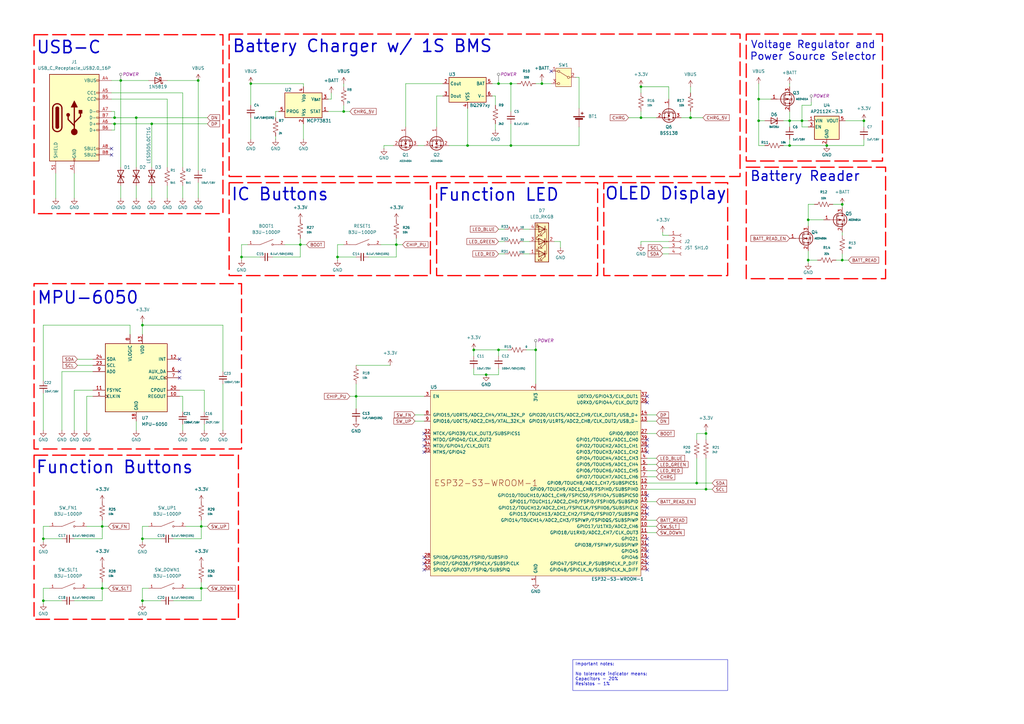
<source format=kicad_sch>
(kicad_sch (version 20231120) (generator "eeschema") (generator_version "8.0")
  (paper "A3")
  (title_block (title "IMU-RC Hand Unit") (date "2024-10-17") (rev "1.04") (company "ESTG-IPL"))
  (junction (at 285.75 198.12))
  (junction (at 219.71 143.51))
  (junction (at 345.44 106.68))
  (junction (at 140.97 45.72))
  (junction (at 102.87 34.29))
  (junction (at 82.55 215.9))
  (junction (at 58.42 220.98))
  (junction (at 331.47 90.17))
  (junction (at 204.47 143.51))
  (junction (at 138.43 105.41))
  (junction (at 46.99 48.26))
  (junction (at 46.99 50.8))
  (junction (at 289.56 177.8))
  (junction (at 17.78 220.98))
  (junction (at 49.53 33.02))
  (junction (at 311.15 49.53))
  (junction (at 222.25 34.29))
  (junction (at 345.44 83.82))
  (junction (at 82.55 241.3))
  (junction (at 62.23 50.8))
  (junction (at 41.91 241.3))
  (junction (at 204.47 34.29))
  (junction (at 323.85 59.69))
  (junction (at 55.88 48.26))
  (junction (at 289.56 200.66))
  (junction (at 331.47 106.68))
  (junction (at 262.89 48.26))
  (junction (at 99.06 105.41))
  (junction (at 81.28 33.02))
  (junction (at 191.77 59.69))
  (junction (at 311.15 40.64))
  (junction (at 199.39 153.67))
  (junction (at 354.33 49.53))
  (junction (at 162.56 100.33))
  (junction (at 146.05 162.56))
  (junction (at 41.91 215.9))
  (junction (at 194.31 143.51))
  (junction (at 209.55 59.69))
  (junction (at 339.09 59.69))
  (junction (at 17.78 246.38))
  (junction (at 58.42 133.35))
  (junction (at 323.85 49.53))
  (junction (at 283.21 48.26))
  (junction (at 58.42 246.38))
  (junction (at 209.55 34.29))
  (junction (at 328.93 49.53))
  (junction (at 123.19 100.33))
  (junction (at 262.89 35.56))
  (no_connect (at 226.06 29.21))
  (no_connect (at 173.99 231.14))
  (no_connect (at 173.99 177.8))
  (no_connect (at 45.72 63.5))
  (no_connect (at 265.43 228.6))
  (no_connect (at 265.43 182.88))
  (no_connect (at 45.72 60.96))
  (no_connect (at 173.99 228.6))
  (no_connect (at 265.43 162.56))
  (no_connect (at 265.43 165.1))
  (no_connect (at 265.43 210.82))
  (no_connect (at 265.43 233.68))
  (no_connect (at 173.99 180.34))
  (no_connect (at 265.43 208.28))
  (no_connect (at 173.99 233.68))
  (no_connect (at 265.43 220.98))
  (no_connect (at 265.43 231.14))
  (no_connect (at 73.66 147.32))
  (no_connect (at 265.43 226.06))
  (no_connect (at 73.66 152.4))
  (no_connect (at 265.43 185.42))
  (no_connect (at 173.99 185.42))
  (no_connect (at 73.66 154.94))
  (no_connect (at 265.43 203.2))
  (no_connect (at 265.43 180.34))
  (no_connect (at 265.43 223.52))
  (no_connect (at 173.99 182.88))
  (wire (pts (xy 354.33 59.69) (xy 339.09 59.69)))
  (wire (pts (xy 41.91 220.98) (xy 41.91 215.9)))
  (wire (pts (xy 345.44 83.82) (xy 345.44 85.09)))
  (wire (pts (xy 265.43 193.04) (xy 269.24 193.04)))
  (wire (pts (xy 332.74 41.91) (xy 332.74 43.18)))
  (wire (pts (xy 85.09 215.9) (xy 82.55 215.9)))
  (wire (pts (xy 45.72 33.02) (xy 49.53 33.02)))
  (wire (pts (xy 17.78 246.38) (xy 17.78 241.3)))
  (wire (pts (xy 31.75 147.32) (xy 38.1 147.32)))
  (wire (pts (xy 283.21 48.26) (xy 283.21 45.72)))
  (wire (pts (xy 76.2 241.3) (xy 82.55 241.3)))
  (wire (pts (xy 138.43 105.41) (xy 138.43 100.33)))
  (wire (pts (xy 262.89 48.26) (xy 257.81 48.26)))
  (wire (pts (xy 166.37 34.29) (xy 181.61 34.29)))
  (wire (pts (xy 58.42 220.98) (xy 66.04 220.98)))
  (wire (pts (xy 209.55 34.29) (xy 212.09 34.29)))
  (wire (pts (xy 179.07 52.07) (xy 179.07 39.37)))
  (wire (pts (xy 214.63 99.06) (xy 217.17 99.06)))
  (wire (pts (xy 17.78 220.98) (xy 17.78 215.9)))
  (wire (pts (xy 135.89 38.1) (xy 135.89 40.64)))
  (wire (pts (xy 279.4 48.26) (xy 283.21 48.26)))
  (wire (pts (xy 82.55 213.36) (xy 82.55 215.9)))
  (wire (pts (xy 55.88 172.72) (xy 55.88 176.53)))
  (wire (pts (xy 17.78 215.9) (xy 20.32 215.9)))
  (wire (pts (xy 55.88 48.26) (xy 85.09 48.26)))
  (wire (pts (xy 157.48 60.96) (xy 157.48 59.69)))
  (wire (pts (xy 162.56 97.79) (xy 162.56 100.33)))
  (wire (pts (xy 113.03 45.72) (xy 114.3 45.72)))
  (wire (pts (xy 328.93 49.53) (xy 331.47 49.53)))
  (wire (pts (xy 17.78 246.38) (xy 25.4 246.38)))
  (wire (pts (xy 265.43 177.8) (xy 269.24 177.8)))
  (wire (pts (xy 331.47 90.17) (xy 337.82 90.17)))
  (wire (pts (xy 265.43 195.58) (xy 269.24 195.58)))
  (wire (pts (xy 113.03 57.15) (xy 113.03 55.88)))
  (wire (pts (xy 237.49 31.75) (xy 237.49 44.45)))
  (wire (pts (xy 82.55 220.98) (xy 82.55 215.9)))
  (wire (pts (xy 30.48 81.28) (xy 30.48 71.12)))
  (wire (pts (xy 166.37 52.07) (xy 166.37 34.29)))
  (wire (pts (xy 140.97 45.72) (xy 143.51 45.72)))
  (wire (pts (xy 83.82 173.99) (xy 83.82 176.53)))
  (wire (pts (xy 289.56 177.8) (xy 285.75 177.8)))
  (wire (pts (xy 146.05 157.48) (xy 146.05 162.56)))
  (wire (pts (xy 283.21 48.26) (xy 288.29 48.26)))
  (wire (pts (xy 222.25 34.29) (xy 226.06 34.29)))
  (wire (pts (xy 311.15 40.64) (xy 316.23 40.64)))
  (wire (pts (xy 222.25 33.02) (xy 222.25 34.29)))
  (wire (pts (xy 354.33 49.53) (xy 346.71 49.53)))
  (wire (pts (xy 17.78 161.29) (xy 17.78 176.53)))
  (wire (pts (xy 331.47 106.68) (xy 331.47 107.95)))
  (wire (pts (xy 289.56 176.53) (xy 289.56 177.8)))
  (wire (pts (xy 46.99 50.8) (xy 46.99 53.34)))
  (wire (pts (xy 30.48 246.38) (xy 41.91 246.38)))
  (wire (pts (xy 311.15 34.29) (xy 311.15 40.64)))
  (wire (pts (xy 262.89 99.06) (xy 274.32 99.06)))
  (wire (pts (xy 124.46 35.56) (xy 124.46 34.29)))
  (wire (pts (xy 214.63 104.14) (xy 217.17 104.14)))
  (wire (pts (xy 58.42 222.25) (xy 58.42 220.98)))
  (wire (pts (xy 38.1 152.4) (xy 25.4 152.4)))
  (wire (pts (xy 55.88 48.26) (xy 55.88 68.58)))
  (wire (pts (xy 194.31 143.51) (xy 194.31 146.05)))
  (wire (pts (xy 345.44 95.25) (xy 345.44 96.52)))
  (wire (pts (xy 204.47 104.14) (xy 207.01 104.14)))
  (wire (pts (xy 203.2 50.8) (xy 203.2 53.34)))
  (wire (pts (xy 45.72 48.26) (xy 46.99 48.26)))
  (wire (pts (xy 265.43 170.18) (xy 269.24 170.18)))
  (wire (pts (xy 165.1 100.33) (xy 162.56 100.33)))
  (wire (pts (xy 41.91 238.76) (xy 41.91 241.3)))
  (wire (pts (xy 38.1 162.56) (xy 35.56 162.56)))
  (wire (pts (xy 17.78 156.21) (xy 17.78 133.35)))
  (wire (pts (xy 125.73 100.33) (xy 123.19 100.33)))
  (wire (pts (xy 58.42 132.08) (xy 58.42 133.35)))
  (wire (pts (xy 204.47 146.05) (xy 204.47 143.51)))
  (wire (pts (xy 146.05 162.56) (xy 146.05 167.64)))
  (wire (pts (xy 71.12 246.38) (xy 82.55 246.38)))
  (wire (pts (xy 25.4 152.4) (xy 25.4 176.53)))
  (wire (pts (xy 58.42 133.35) (xy 58.42 137.16)))
  (wire (pts (xy 76.2 215.9) (xy 82.55 215.9)))
  (wire (pts (xy 146.05 162.56) (xy 173.99 162.56)))
  (wire (pts (xy 17.78 247.65) (xy 17.78 246.38)))
  (wire (pts (xy 311.15 49.53) (xy 311.15 40.64)))
  (wire (pts (xy 321.31 59.69) (xy 323.85 59.69)))
  (wire (pts (xy 53.34 133.35) (xy 53.34 137.16)))
  (wire (pts (xy 331.47 83.82) (xy 331.47 90.17)))
  (wire (pts (xy 31.75 149.86) (xy 38.1 149.86)))
  (wire (pts (xy 58.42 241.3) (xy 60.96 241.3)))
  (wire (pts (xy 354.33 57.15) (xy 354.33 59.69)))
  (wire (pts (xy 265.43 215.9) (xy 269.24 215.9)))
  (wire (pts (xy 171.45 59.69) (xy 173.99 59.69)))
  (wire (pts (xy 209.55 59.69) (xy 237.49 59.69)))
  (wire (pts (xy 331.47 106.68) (xy 335.28 106.68)))
  (wire (pts (xy 262.89 48.26) (xy 269.24 48.26)))
  (wire (pts (xy 124.46 50.8) (xy 124.46 57.15)))
  (wire (pts (xy 334.01 83.82) (xy 331.47 83.82)))
  (wire (pts (xy 58.42 215.9) (xy 60.96 215.9)))
  (wire (pts (xy 203.2 43.18) (xy 203.2 39.37)))
  (wire (pts (xy 58.42 247.65) (xy 58.42 246.38)))
  (wire (pts (xy 345.44 106.68) (xy 347.98 106.68)))
  (wire (pts (xy 68.58 40.64) (xy 68.58 68.58)))
  (wire (pts (xy 68.58 40.64) (xy 45.72 40.64)))
  (wire (pts (xy 274.32 96.52) (xy 271.78 96.52)))
  (wire (pts (xy 271.78 96.52) (xy 271.78 95.25)))
  (wire (pts (xy 215.9 143.51) (xy 219.71 143.51)))
  (wire (pts (xy 331.47 52.07) (xy 328.93 52.07)))
  (wire (pts (xy 102.87 34.29) (xy 102.87 43.18)))
  (wire (pts (xy 265.43 218.44) (xy 269.24 218.44)))
  (wire (pts (xy 74.93 76.2) (xy 74.93 81.28)))
  (wire (pts (xy 289.56 177.8) (xy 289.56 180.34)))
  (wire (pts (xy 62.23 50.8) (xy 85.09 50.8)))
  (wire (pts (xy 204.47 153.67) (xy 199.39 153.67)))
  (wire (pts (xy 311.15 49.53) (xy 313.69 49.53)))
  (wire (pts (xy 204.47 99.06) (xy 207.01 99.06)))
  (wire (pts (xy 49.53 76.2) (xy 49.53 81.28)))
  (wire (pts (xy 265.43 200.66) (xy 289.56 200.66)))
  (wire (pts (xy 30.48 220.98) (xy 41.91 220.98)))
  (wire (pts (xy 30.48 160.02) (xy 38.1 160.02)))
  (wire (pts (xy 46.99 53.34) (xy 45.72 53.34)))
  (wire (pts (xy 283.21 35.56) (xy 283.21 38.1)))
  (wire (pts (xy 45.72 50.8) (xy 46.99 50.8)))
  (wire (pts (xy 123.19 105.41) (xy 123.19 100.33)))
  (wire (pts (xy 184.15 59.69) (xy 191.77 59.69)))
  (wire (pts (xy 328.93 52.07) (xy 328.93 49.53)))
  (wire (pts (xy 345.44 106.68) (xy 345.44 104.14)))
  (wire (pts (xy 74.93 38.1) (xy 74.93 68.58)))
  (wire (pts (xy 91.44 133.35) (xy 58.42 133.35)))
  (wire (pts (xy 323.85 45.72) (xy 323.85 49.53)))
  (wire (pts (xy 262.89 35.56) (xy 262.89 38.1)))
  (wire (pts (xy 44.45 215.9) (xy 41.91 215.9)))
  (wire (pts (xy 140.97 43.18) (xy 140.97 45.72)))
  (wire (pts (xy 71.12 220.98) (xy 82.55 220.98)))
  (wire (pts (xy 143.51 162.56) (xy 146.05 162.56)))
  (wire (pts (xy 85.09 241.3) (xy 82.55 241.3)))
  (wire (pts (xy 134.62 45.72) (xy 140.97 45.72)))
  (wire (pts (xy 328.93 43.18) (xy 328.93 49.53)))
  (wire (pts (xy 191.77 59.69) (xy 209.55 59.69)))
  (wire (pts (xy 271.78 104.14) (xy 274.32 104.14)))
  (wire (pts (xy 68.58 33.02) (xy 81.28 33.02)))
  (wire (pts (xy 113.03 48.26) (xy 113.03 45.72)))
  (wire (pts (xy 46.99 45.72) (xy 45.72 45.72)))
  (wire (pts (xy 321.31 49.53) (xy 323.85 49.53)))
  (wire (pts (xy 44.45 241.3) (xy 41.91 241.3)))
  (wire (pts (xy 135.89 40.64) (xy 134.62 40.64)))
  (wire (pts (xy 81.28 33.02) (xy 81.28 69.85)))
  (wire (pts (xy 311.15 49.53) (xy 311.15 59.69)))
  (wire (pts (xy 323.85 34.29) (xy 323.85 35.56)))
  (wire (pts (xy 219.71 142.24) (xy 219.71 143.51)))
  (wire (pts (xy 323.85 57.15) (xy 323.85 59.69)))
  (wire (pts (xy 58.42 246.38) (xy 58.42 241.3)))
  (wire (pts (xy 123.19 97.79) (xy 123.19 100.33)))
  (wire (pts (xy 62.23 76.2) (xy 62.23 81.28)))
  (wire (pts (xy 331.47 92.71) (xy 331.47 90.17)))
  (wire (pts (xy 204.47 93.98) (xy 207.01 93.98)))
  (wire (pts (xy 58.42 220.98) (xy 58.42 215.9)))
  (wire (pts (xy 289.56 200.66) (xy 292.1 200.66)))
  (wire (pts (xy 82.55 246.38) (xy 82.55 241.3)))
  (wire (pts (xy 68.58 76.2) (xy 68.58 81.28)))
  (wire (pts (xy 203.2 39.37) (xy 201.93 39.37)))
  (wire (pts (xy 199.39 153.67) (xy 194.31 153.67)))
  (wire (pts (xy 237.49 59.69) (xy 237.49 52.07)))
  (wire (pts (xy 204.47 33.02) (xy 204.47 34.29)))
  (wire (pts (xy 157.48 59.69) (xy 161.29 59.69)))
  (wire (pts (xy 82.55 238.76) (xy 82.55 241.3)))
  (wire (pts (xy 265.43 198.12) (xy 285.75 198.12)))
  (wire (pts (xy 146.05 149.86) (xy 160.02 149.86)))
  (wire (pts (xy 49.53 33.02) (xy 60.96 33.02)))
  (wire (pts (xy 194.31 143.51) (xy 204.47 143.51)))
  (wire (pts (xy 323.85 52.07) (xy 323.85 49.53)))
  (wire (pts (xy 41.91 213.36) (xy 41.91 215.9)))
  (wire (pts (xy 191.77 44.45) (xy 191.77 59.69)))
  (wire (pts (xy 74.93 173.99) (xy 74.93 176.53)))
  (wire (pts (xy 17.78 133.35) (xy 53.34 133.35)))
  (wire (pts (xy 289.56 187.96) (xy 289.56 200.66)))
  (wire (pts (xy 265.43 213.36) (xy 269.24 213.36)))
  (wire (pts (xy 35.56 215.9) (xy 41.91 215.9)))
  (wire (pts (xy 274.32 35.56) (xy 262.89 35.56)))
  (wire (pts (xy 354.33 52.07) (xy 354.33 49.53)))
  (wire (pts (xy 162.56 105.41) (xy 162.56 100.33)))
  (wire (pts (xy 204.47 151.13) (xy 204.47 153.67)))
  (wire (pts (xy 262.89 48.26) (xy 262.89 45.72)))
  (wire (pts (xy 170.18 172.72) (xy 173.99 172.72)))
  (wire (pts (xy 83.82 160.02) (xy 83.82 168.91)))
  (wire (pts (xy 262.89 100.33) (xy 262.89 99.06)))
  (wire (pts (xy 99.06 105.41) (xy 106.68 105.41)))
  (wire (pts (xy 332.74 43.18) (xy 328.93 43.18)))
  (wire (pts (xy 214.63 93.98) (xy 217.17 93.98)))
  (wire (pts (xy 209.55 50.8) (xy 209.55 59.69)))
  (wire (pts (xy 45.72 38.1) (xy 74.93 38.1)))
  (wire (pts (xy 111.76 105.41) (xy 123.19 105.41)))
  (wire (pts (xy 41.91 246.38) (xy 41.91 241.3)))
  (wire (pts (xy 46.99 50.8) (xy 62.23 50.8)))
  (wire (pts (xy 62.23 50.8) (xy 62.23 68.58)))
  (wire (pts (xy 138.43 100.33) (xy 140.97 100.33)))
  (wire (pts (xy 17.78 220.98) (xy 25.4 220.98)))
  (wire (pts (xy 229.87 99.06) (xy 227.33 99.06)))
  (wire (pts (xy 201.93 34.29) (xy 204.47 34.29)))
  (wire (pts (xy 341.63 83.82) (xy 345.44 83.82)))
  (wire (pts (xy 194.31 153.67) (xy 194.31 151.13)))
  (wire (pts (xy 265.43 190.5) (xy 269.24 190.5)))
  (wire (pts (xy 91.44 152.4) (xy 91.44 133.35)))
  (wire (pts (xy 311.15 59.69) (xy 313.69 59.69)))
  (wire (pts (xy 116.84 100.33) (xy 123.19 100.33)))
  (wire (pts (xy 74.93 168.91) (xy 74.93 162.56)))
  (wire (pts (xy 17.78 222.25) (xy 17.78 220.98)))
  (wire (pts (xy 285.75 180.34) (xy 285.75 177.8)))
  (wire (pts (xy 102.87 34.29) (xy 124.46 34.29)))
  (wire (pts (xy 156.21 100.33) (xy 162.56 100.33)))
  (wire (pts (xy 331.47 102.87) (xy 331.47 106.68)))
  (wire (pts (xy 265.43 205.74) (xy 269.24 205.74)))
  (wire (pts (xy 102.87 57.15) (xy 102.87 48.26)))
  (wire (pts (xy 138.43 105.41) (xy 146.05 105.41)))
  (wire (pts (xy 138.43 106.68) (xy 138.43 105.41)))
  (wire (pts (xy 22.86 71.12) (xy 22.86 81.28)))
  (wire (pts (xy 74.93 162.56) (xy 73.66 162.56)))
  (wire (pts (xy 58.42 246.38) (xy 66.04 246.38)))
  (wire (pts (xy 151.13 105.41) (xy 162.56 105.41)))
  (wire (pts (xy 81.28 74.93) (xy 81.28 81.28)))
  (wire (pts (xy 17.78 241.3) (xy 20.32 241.3)))
  (wire (pts (xy 35.56 162.56) (xy 35.56 176.53)))
  (wire (pts (xy 204.47 143.51) (xy 208.28 143.51)))
  (wire (pts (xy 91.44 157.48) (xy 91.44 176.53)))
  (wire (pts (xy 229.87 101.6) (xy 229.87 99.06)))
  (wire (pts (xy 99.06 106.68) (xy 99.06 105.41)))
  (wire (pts (xy 323.85 59.69) (xy 339.09 59.69)))
  (wire (pts (xy 265.43 187.96) (xy 269.24 187.96)))
  (wire (pts (xy 99.06 105.41) (xy 99.06 100.33)))
  (wire (pts (xy 49.53 33.02) (xy 49.53 68.58)))
  (wire (pts (xy 274.32 40.64) (xy 274.32 35.56)))
  (wire (pts (xy 30.48 176.53) (xy 30.48 160.02)))
  (wire (pts (xy 209.55 45.72) (xy 209.55 34.29)))
  (wire (pts (xy 237.49 31.75) (xy 236.22 31.75)))
  (wire (pts (xy 46.99 48.26) (xy 46.99 45.72)))
  (wire (pts (xy 99.06 100.33) (xy 101.6 100.33)))
  (wire (pts (xy 219.71 143.51) (xy 219.71 157.48)))
  (wire (pts (xy 285.75 198.12) (xy 292.1 198.12)))
  (wire (pts (xy 265.43 172.72) (xy 269.24 172.72)))
  (wire (pts (xy 219.71 34.29) (xy 222.25 34.29)))
  (wire (pts (xy 46.99 48.26) (xy 55.88 48.26)))
  (wire (pts (xy 271.78 101.6) (xy 274.32 101.6)))
  (wire (pts (xy 204.47 34.29) (xy 209.55 34.29)))
  (wire (pts (xy 55.88 76.2) (xy 55.88 81.28)))
  (wire (pts (xy 140.97 34.29) (xy 140.97 35.56)))
  (wire (pts (xy 179.07 39.37) (xy 181.61 39.37)))
  (wire (pts (xy 73.66 160.02) (xy 83.82 160.02)))
  (wire (pts (xy 35.56 241.3) (xy 41.91 241.3)))
  (wire (pts (xy 323.85 49.53) (xy 328.93 49.53)))
  (wire (pts (xy 342.9 106.68) (xy 345.44 106.68)))
  (wire (pts (xy 285.75 198.12) (xy 285.75 187.96)))
  (wire (pts (xy 170.18 170.18) (xy 173.99 170.18)))
  (rectangle (start 306.07 13.97) (end 361.95 66.04) (stroke (width 0.508) (type dash) (color 255 0 0 1)))
  (rectangle (start 179.07 74.93) (end 245.11 113.03) (stroke (width 0.508) (type dash) (color 255 0 0 1)))
  (rectangle (start 93.98 13.97) (end 303.53 72.39) (stroke (width 0.508) (type dash) (color 255 0 0 1)))
  (rectangle (start 93.98 74.93) (end 176.53 113.03) (stroke (width 0.508) (type dash) (color 255 0 0 1)))
  (rectangle (start 13.97 116.332) (end 99.06 184.15) (stroke (width 0.508) (type dash) (color 255 0 0 1)))
  (rectangle (start 13.97 14.224) (end 91.44 87.63) (stroke (width 0.508) (type dash) (color 255 0 0 1)))
  (rectangle (start 13.97 186.69) (end 97.79 254) (stroke (width 0.508) (type dash) (color 255 0 0 1)))
  (rectangle (start 247.65 74.93) (end 298.45 113.03) (stroke (width 0.508) (type dash) (color 255 0 0 1)))
  (rectangle (start 306.07 68.58) (end 363.22 114.3) (stroke (width 0.508) (type dash) (color 255 0 0 1)))
  (text_box "Important notes:\n\nNo tolerance indicator means:\nCapacitors - 20%\nResistos - 1%" (at 234.95 270.51 0) (size 63.5 12.7) (effects (font (size 1.27 1.27) (thickness 0.1588)) (justify left top)))
  (text "Voltage Regulator and\nPower Source Selector\n" (at 333.502 20.828 0) (effects (font (size 3 3) (thickness 0.375))))
  (text "Battery Charger w/ 1S BMS\n" (at 148.59 19.05 0) (effects (font (size 5 5) (thickness 0.625))))
  (text "Function Buttons\n" (at 46.99 191.77 0) (effects (font (size 5 5) (thickness 0.625))))
  (text "IC Buttons\n\n\n" (at 114.808 87.884 0) (effects (font (size 5 5) (thickness 0.625))))
  (text "USB-C" (at 28.194 19.558 0) (effects (font (size 5 5) (thickness 0.625))))
  (text "Battery Reader\n" (at 330.2 72.39 0) (effects (font (size 4 4) (thickness 0.5))))
  (text "OLED Display\n" (at 273.05 79.502 0) (effects (font (size 5 5) (thickness 0.625))))
  (text "Function LED\n" (at 204.47 80.01 0) (effects (font (size 5 5) (thickness 0.625))))
  (text "MPU-6050\n\n" (at 36.068 126.238 0) (effects (font (size 5 5) (thickness 0.625))))
  (global_label "DP" (shape input) (at 85.09 50.8 0) (property "Intersheetrefs" "${INTERSHEET_REFS}" (effects (hide yes))))
  (global_label "SW_SLT" (shape input) (at 44.45 241.3 0) (property "Intersheetrefs" "${INTERSHEET_REFS}" (effects (hide yes))))
  (global_label "BOOT" (shape input) (at 125.73 100.33 0) (property "Intersheetrefs" "${INTERSHEET_REFS}" (effects (hide yes))))
  (global_label "BATT_READ" (shape input) (at 269.24 213.36 0) (property "Intersheetrefs" "${INTERSHEET_REFS}" (effects (hide yes))))
  (global_label "BATT_READ" (shape input) (at 347.98 106.68 0) (property "Intersheetrefs" "${INTERSHEET_REFS}" (effects (hide yes))))
  (global_label "CHIP_PU" (shape input) (at 165.1 100.33 0) (property "Intersheetrefs" "${INTERSHEET_REFS}" (effects (hide yes))))
  (global_label "SCL" (shape input) (at 31.75 149.86 180) (property "Intersheetrefs" "${INTERSHEET_REFS}" (effects (hide yes))))
  (global_label "SDA" (shape input) (at 292.1 198.12 0) (property "Intersheetrefs" "${INTERSHEET_REFS}" (effects (hide yes))))
  (global_label "CHRG" (shape input) (at 269.24 195.58 0) (property "Intersheetrefs" "${INTERSHEET_REFS}" (effects (hide yes))))
  (global_label "LED_BLUE" (shape input) (at 269.24 187.96 0) (property "Intersheetrefs" "${INTERSHEET_REFS}" (effects (hide yes))))
  (global_label "CHIP_PU" (shape input) (at 143.51 162.56 180) (property "Intersheetrefs" "${INTERSHEET_REFS}" (effects (hide yes))))
  (global_label "CHRG_5V" (shape input) (at 288.29 48.26 0) (property "Intersheetrefs" "${INTERSHEET_REFS}" (effects (hide yes))))
  (global_label "SW_UP" (shape input) (at 170.18 172.72 180) (property "Intersheetrefs" "${INTERSHEET_REFS}" (effects (hide yes))))
  (global_label "SCL" (shape input) (at 292.1 200.66 0) (property "Intersheetrefs" "${INTERSHEET_REFS}" (effects (hide yes))))
  (global_label "CHRG_5V" (shape input) (at 143.51 45.72 0) (property "Intersheetrefs" "${INTERSHEET_REFS}" (effects (hide yes))))
  (global_label "SDA" (shape input) (at 271.78 104.14 180) (property "Intersheetrefs" "${INTERSHEET_REFS}" (effects (hide yes))))
  (global_label "SW_FN" (shape input) (at 170.18 170.18 180) (property "Intersheetrefs" "${INTERSHEET_REFS}" (effects (hide yes))))
  (global_label "LED_RED" (shape input) (at 204.47 104.14 180) (property "Intersheetrefs" "${INTERSHEET_REFS}" (effects (hide yes))))
  (global_label "SW_FN" (shape input) (at 44.45 215.9 0) (property "Intersheetrefs" "${INTERSHEET_REFS}" (effects (hide yes))))
  (global_label "DN" (shape input) (at 85.09 48.26 0) (property "Intersheetrefs" "${INTERSHEET_REFS}" (effects (hide yes))))
  (global_label "BATT_READ_EN" (shape input) (at 269.24 205.74 0) (property "Intersheetrefs" "${INTERSHEET_REFS}" (effects (hide yes))))
  (global_label "LED_BLUE" (shape input) (at 204.47 93.98 180) (property "Intersheetrefs" "${INTERSHEET_REFS}" (effects (hide yes))))
  (global_label "BOOT" (shape input) (at 269.24 177.8 0) (property "Intersheetrefs" "${INTERSHEET_REFS}" (effects (hide yes))))
  (global_label "DP" (shape input) (at 269.24 170.18 0) (property "Intersheetrefs" "${INTERSHEET_REFS}" (effects (hide yes))))
  (global_label "SDA" (shape input) (at 31.75 147.32 180) (property "Intersheetrefs" "${INTERSHEET_REFS}" (effects (hide yes))))
  (global_label "LED_GREEN" (shape input) (at 269.24 190.5 0) (property "Intersheetrefs" "${INTERSHEET_REFS}" (effects (hide yes))))
  (global_label "SW_SLT" (shape input) (at 269.24 215.9 0) (property "Intersheetrefs" "${INTERSHEET_REFS}" (effects (hide yes))))
  (global_label "LED_RED" (shape input) (at 269.24 193.04 0) (property "Intersheetrefs" "${INTERSHEET_REFS}" (effects (hide yes))))
  (global_label "BATT_READ_EN" (shape input) (at 323.85 97.79 180) (property "Intersheetrefs" "${INTERSHEET_REFS}" (effects (hide yes))))
  (global_label "SW_UP" (shape input) (at 85.09 215.9 0) (property "Intersheetrefs" "${INTERSHEET_REFS}" (effects (hide yes))))
  (global_label "SW_DOWN" (shape input) (at 85.09 241.3 0) (property "Intersheetrefs" "${INTERSHEET_REFS}" (effects (hide yes))))
  (global_label "CHRG" (shape input) (at 257.81 48.26 180) (property "Intersheetrefs" "${INTERSHEET_REFS}" (effects (hide yes))))
  (global_label "DN" (shape input) (at 269.24 172.72 0) (property "Intersheetrefs" "${INTERSHEET_REFS}" (effects (hide yes))))
  (global_label "SCL" (shape input) (at 271.78 101.6 180) (property "Intersheetrefs" "${INTERSHEET_REFS}" (effects (hide yes))))
  (global_label "LED_GREEN" (shape input) (at 204.47 99.06 180) (property "Intersheetrefs" "${INTERSHEET_REFS}" (effects (hide yes))))
  (global_label "SW_DOWN" (shape input) (at 269.24 218.44 0) (property "Intersheetrefs" "${INTERSHEET_REFS}" (effects (hide yes))))
  (netclass_flag "" (length 2.54) (shape round) (at 219.71 142.24 0) (property "Netclass" "POWER" (at 220.4085 139.7 0) (effects (font (italic yes)) (justify left))))
  (netclass_flag "" (length 2.54) (shape round) (at 49.53 33.02 0) (property "Netclass" "POWER" (at 50.2285 30.48 0) (effects (font (italic yes)) (justify left))))
  (netclass_flag "" (length 2.54) (shape round) (at 204.47 33.02 0) (property "Netclass" "POWER" (at 205.1685 30.48 0) (effects (font (italic yes)) (justify left))))
  (netclass_flag "" (length 2.54) (shape round) (at 332.74 41.91 0) (property "Netclass" "POWER" (at 333.4385 39.37 0) (effects (font (italic yes)) (justify left))))
  (symbol (lib_id "power:GND") (at 74.93 81.28 0) (unit 1)
    (property "Reference" "#PWR036" (effects (hide yes)))
    (property "Value" "GND" (at 74.93 85.09 0))
    (property "Description" "Power symbol creates a global label with name \"GND\" , ground" (effects (hide yes)))
  )
  (symbol (lib_id "Battery_Management:MCP73831-2-OT") (at 124.46 43.18 0) (unit 1)
    (property "Reference" "U2" (at 116.84 36.83 0) (effects (justify left)))
    (property "Value" "MCP73831" (at 125.73 49.53 0) (effects (justify left)))
    (property "Footprint" "Package_DFN_QFN:QFN-20-1EP_4x4mm_P0.5mm_EP2.5x2.5mm" (effects (hide yes)))
    (property "Datasheet" "http://ww1.microchip.com/downloads/en/DeviceDoc/20001984g.pdf" (effects (hide yes)))
    (property "Description" "Single cell, Li-Ion/Li-Po charge management controller, 4.20V, Tri-State Status Output, in SOT23-5 package" (effects (hide yes)))
  )
  (symbol (lib_id "power:GND") (at 68.58 81.28 0) (unit 1)
    (property "Reference" "#PWR032" (effects (hide yes)))
    (property "Value" "GND" (at 68.58 85.09 0))
    (property "Description" "Power symbol creates a global label with name \"GND\" , ground" (effects (hide yes)))
  )
  (symbol (lib_id "Device:R_US") (at 283.21 41.91 0) (mirror x) (unit 1)
    (property "Reference" "R17" (at 280.67 41.275 0) (effects (font (size 1 1)) (justify right)))
    (property "Value" "10k" (at 280.67 43.1799 0) (effects (font (size 0.75 0.75)) (justify right)))
    (property "Footprint" "Resistor_SMD:R_0805_2012Metric" (effects (hide yes)))
  )
  (symbol (lib_id "power:GND") (at 157.48 60.96 0) (unit 1)
    (property "Reference" "#PWR012" (effects (hide yes)))
    (property "Value" "GND" (at 157.48 64.77 0))
    (property "Description" "Power symbol creates a global label with name \"GND\" , ground" (effects (hide yes)))
  )
  (symbol (lib_id "Device:C_Small") (at 102.87 45.72 0) (unit 1)
    (property "Reference" "C4" (at 104.14 43.18 0) (effects (font (size 1 1)) (justify left)))
    (property "Value" "1uF/16V(10%)" (at 104.14 48.26 0) (effects (font (size 0.75 0.75)) (justify left)))
    (property "Footprint" "Capacitor_SMD:C_0603_1608Metric" (effects (hide yes)))
  )
  (symbol (lib_id "Device:C_Small") (at 68.58 246.38 90) (mirror x) (unit 1)
    (property "Reference" "C20" (at 66.04 245.11 90) (effects (font (size 1 1))))
    (property "Value" "0.1uF/50V(10%)" (at 74.93 245.11 90) (effects (font (size 0.75 0.75))))
    (property "Footprint" "Capacitor_SMD:C_0805_2012Metric" (effects (hide yes)))
  )
  (symbol (lib_id "power:GND") (at 124.46 57.15 0) (unit 1)
    (property "Reference" "#PWR044" (effects (hide yes)))
    (property "Value" "GND" (at 124.46 60.96 0))
    (property "Description" "Power symbol creates a global label with name \"GND\" , ground" (effects (hide yes)))
  )
  (symbol (lib_id "Battery_Management:BQ297xy") (at 191.77 36.83 0) (mirror y) (unit 1)
    (property "Reference" "U3" (at 185.42 30.48 0))
    (property "Value" "BQ297xy" (at 196.85 43.18 0))
    (property "Footprint" "Package_SON:WSON-6_1.5x1.5mm_P0.5mm" (effects (hide yes)))
    (property "Datasheet" "http://www.ti.com/lit/ds/symlink/bq2970.pdf" (effects (hide yes)))
    (property "Description" "Voltage and Current Protection for Single-Cell Li-Ion and Li-Polymer Batteries" (effects (hide yes)))
  )
  (symbol (lib_id "Device:R_US") (at 262.89 41.91 180) (unit 1)
    (property "Reference" "R16" (at 265.43 41.275 0) (effects (font (size 1 1)) (justify right)))
    (property "Value" "10k" (at 265.43 43.1799 0) (effects (font (size 0.75 0.75)) (justify right)))
    (property "Footprint" "Resistor_SMD:R_0805_2012Metric" (effects (hide yes)))
  )
  (symbol (lib_id "power:+3.3V") (at 262.89 35.56 0) (unit 1)
    (property "Reference" "#PWR033" (effects (hide yes)))
    (property "Value" "+3.3V" (at 262.89 30.48 0))
    (property "Description" "Power symbol creates a global label with name \"+3.3V\"" (effects (hide yes)))
  )
  (symbol (lib_id "power:GND") (at 62.23 81.28 0) (unit 1)
    (property "Reference" "#PWR031" (effects (hide yes)))
    (property "Value" "GND" (at 62.23 85.09 0))
    (property "Description" "Power symbol creates a global label with name \"GND\" , ground" (effects (hide yes)))
  )
  (symbol (lib_id "power:GND") (at 331.47 107.95 0) (unit 1)
    (property "Reference" "#PWR021" (effects (hide yes)))
    (property "Value" "GND" (at 331.47 111.76 0))
    (property "Description" "Power symbol creates a global label with name \"GND\" , ground" (effects (hide yes)))
  )
  (symbol (lib_id "Device:LED_RKGB") (at 222.25 99.06 180) (unit 1)
    (property "Reference" "D7" (at 222.25 86.36 0))
    (property "Value" "LED_RKGB" (at 222.25 88.9 0))
    (property "Footprint" "IMURCLibrary:LED_D5.0mm-4_RKGB" (effects (hide yes)))
    (property "Description" "RGB LED, red/cathode/green/blue" (effects (hide yes)))
  )
  (symbol (lib_id "B3U-1000P:B3U-1000P") (at 27.94 215.9 0) (unit 1)
    (property "Reference" "SW_FN1" (at 27.94 208.28 0))
    (property "Value" "B3U-1000P" (at 27.94 210.82 0))
    (property "Footprint" "Button_Switch_SMD:SW_SPST_PTS647_Sx50" (effects (hide yes)))
    (property "MF" "Omron" (effects (hide yes)))
    (property "DESCRIPTION" "Tactile Switch SPST-NO Top Actuated Surface Mount" (effects (hide yes)))
    (property "PACKAGE" "None" (effects (hide yes)))
    (property "PRICE" "None" (effects (hide yes)))
    (property "MP" "B3U-1000P" (effects (hide yes)))
    (property "AVAILABILITY" "Unavailable" (effects (hide yes)))
  )
  (symbol (lib_id "power:+3.3V") (at 160.02 149.86 0) (unit 1)
    (property "Reference" "#PWR024" (effects (hide yes)))
    (property "Value" "+3.3V" (at 160.02 144.78 0))
    (property "Description" "Power symbol creates a global label with name \"+3.3V\"" (effects (hide yes)))
  )
  (symbol (lib_id "Transistor_FET:BSS138") (at 274.32 45.72 270) (unit 1)
    (property "Reference" "Q6" (at 274.32 52.07 90))
    (property "Value" "BSS138" (at 274.32 54.61 90))
    (property "Footprint" "Package_TO_SOT_SMD:SOT-23" (effects (hide yes)))
    (property "Datasheet" "https://www.onsemi.com/pub/Collateral/BSS138-D.PDF" (effects (hide yes)))
    (property "Description" "50V Vds, 0.22A Id, N-Channel MOSFET, SOT-23" (effects (hide yes)))
  )
  (symbol (lib_id "power:GND") (at 49.53 81.28 0) (unit 1)
    (property "Reference" "#PWR013" (effects (hide yes)))
    (property "Value" "GND" (at 49.53 85.09 0))
    (property "Description" "Power symbol creates a global label with name \"GND\" , ground" (effects (hide yes)))
  )
  (symbol (lib_id "Device:R_US") (at 285.75 184.15 0) (unit 1)
    (property "Reference" "R20" (at 283.21 183.515 0) (effects (font (size 1 1)) (justify right)))
    (property "Value" "2k2" (at 283.21 185.4199 0) (effects (font (size 0.75 0.75)) (justify right)))
    (property "Footprint" "Resistor_SMD:R_0805_2012Metric" (effects (hide yes)))
  )
  (symbol (lib_id "power:VBUS") (at 283.21 35.56 0) (unit 1)
    (property "Reference" "#PWR020" (effects (hide yes)))
    (property "Value" "VBUS" (at 283.21 30.48 0))
    (property "Description" "Power symbol creates a global label with name \"VBUS\"" (effects (hide yes)))
  )
  (symbol (lib_id "Device:C_Small") (at 209.55 48.26 0) (unit 1)
    (property "Reference" "C5" (at 210.82 45.72 0) (effects (font (size 1 1)) (justify left)))
    (property "Value" "0.1uF/16V" (at 210.82 50.8 0) (effects (font (size 0.75 0.75)) (justify left)))
    (property "Footprint" "Capacitor_SMD:C_0603_1608Metric" (effects (hide yes)))
  )
  (symbol (lib_id "Device:C_Small") (at 83.82 171.45 0) (mirror y) (unit 1)
    (property "Reference" "C16" (at 84.074 169.672 0) (effects (font (size 1 1)) (justify right)))
    (property "Value" "2n2F/16V" (at 84.328 173.228 0) (effects (font (size 0.75 0.75)) (justify right)))
    (property "Footprint" "Capacitor_SMD:C_0805_2012Metric" (effects (hide yes)))
  )
  (symbol (lib_id "Device:R_US") (at 203.2 46.99 180) (unit 1)
    (property "Reference" "R9" (at 204.47 43.18 0) (effects (font (size 1 1)) (justify right)))
    (property "Value" "2k2" (at 204.47 50.8 0) (effects (font (size 0.75 0.75)) (justify right)))
    (property "Footprint" "Resistor_SMD:R_0805_2012Metric" (effects (hide yes)))
  )
  (symbol (lib_id "Device:R_US") (at 82.55 209.55 180) (unit 1)
    (property "Reference" "R29" (at 85.09 208.915 0) (effects (font (size 1 1)) (justify right)))
    (property "Value" "10k" (at 85.09 210.8199 0) (effects (font (size 0.75 0.75)) (justify right)))
    (property "Footprint" "Resistor_SMD:R_0805_2012Metric" (effects (hide yes)))
  )
  (symbol (lib_id "power:+BATT") (at 345.44 83.82 0) (unit 1)
    (property "Reference" "#PWR022" (effects (hide yes)))
    (property "Value" "+BATT" (at 345.44 78.74 0))
    (property "Description" "Power symbol creates a global label with name \"+BATT\"" (effects (hide yes)))
  )
  (symbol (lib_id "power:+BATT") (at 135.89 38.1 0) (unit 1)
    (property "Reference" "#PWR016" (effects (hide yes)))
    (property "Value" "+BATT" (at 135.89 33.02 0))
    (property "Description" "Power symbol creates a global label with name \"+BATT\"" (effects (hide yes)))
  )
  (symbol (lib_id "Device:C_Small") (at 354.33 54.61 0) (unit 1)
    (property "Reference" "C7" (at 355.6 52.07 0) (effects (font (size 1 1)) (justify left)))
    (property "Value" "1uF/16V" (at 355.6 57.15 0) (effects (font (size 0.75 0.75)) (justify left)))
    (property "Footprint" "Capacitor_SMD:C_0805_2012Metric" (effects (hide yes)))
  )
  (symbol (lib_id "B3U-1000P:B3U-1000P") (at 68.58 241.3 0) (unit 1)
    (property "Reference" "SW_DOWN1" (at 68.58 233.68 0))
    (property "Value" "B3U-1000P" (at 68.58 236.22 0))
    (property "Footprint" "Button_Switch_SMD:SW_SPST_PTS647_Sx50" (effects (hide yes)))
    (property "MF" "Omron" (effects (hide yes)))
    (property "DESCRIPTION" "Tactile Switch SPST-NO Top Actuated Surface Mount" (effects (hide yes)))
    (property "PACKAGE" "None" (effects (hide yes)))
    (property "PRICE" "None" (effects (hide yes)))
    (property "MP" "B3U-1000P" (effects (hide yes)))
    (property "AVAILABILITY" "Unavailable" (effects (hide yes)))
  )
  (symbol (lib_id "Device:R_US") (at 317.5 59.69 270) (unit 1)
    (property "Reference" "R11" (at 313.69 58.42 90) (effects (font (size 1 1))))
    (property "Value" "10k" (at 321.31 58.42 90) (effects (font (size 0.75 0.75))))
    (property "Footprint" "Resistor_SMD:R_0805_2012Metric" (effects (hide yes)))
  )
  (symbol (lib_id "power:+3.3V") (at 271.78 95.25 0) (unit 1)
    (property "Reference" "#PWR056" (effects (hide yes)))
    (property "Value" "+3.3V" (at 271.78 90.17 0))
    (property "Description" "Power symbol creates a global label with name \"+3.3V\"" (effects (hide yes)))
  )
  (symbol (lib_id "power:GND") (at 35.56 176.53 0) (unit 1)
    (property "Reference" "#PWR011" (effects (hide yes)))
    (property "Value" "GND" (at 35.56 180.34 0))
    (property "Description" "Power symbol creates a global label with name \"GND\" , ground" (effects (hide yes)))
  )
  (symbol (lib_id "power:VBUS") (at 311.15 34.29 0) (unit 1)
    (property "Reference" "#PWR08" (effects (hide yes)))
    (property "Value" "VBUS" (at 311.15 29.21 0))
    (property "Description" "Power symbol creates a global label with name \"VBUS\"" (effects (hide yes)))
  )
  (symbol (lib_id "power:GND") (at 199.39 153.67 0) (unit 1)
    (property "Reference" "#PWR019" (effects (hide yes)))
    (property "Value" "GND" (at 199.39 157.734 0))
    (property "Description" "Power symbol creates a global label with name \"GND\" , ground" (effects (hide yes)))
  )
  (symbol (lib_id "Device:R_US") (at 215.9 34.29 90) (unit 1)
    (property "Reference" "R10" (at 215.9 29.21 90) (effects (font (size 1 1))))
    (property "Value" "330" (at 215.9 31.75 90) (effects (font (size 0.75 0.75))))
    (property "Footprint" "Resistor_SMD:R_0805_2012Metric" (effects (hide yes)))
  )
  (symbol (lib_id "Device:D_TVS") (at 55.88 72.39 90) (unit 1)
    (property "Reference" "D2" (at 57.15 68.58 90) (effects (justify right)))
    (property "Value" "LESD5D5.0CT1G" (effects (hide yes)))
    (property "Footprint" "Diode_SMD:D_SOD-523" (effects (hide yes)))
  )
  (symbol (lib_id "power:GND") (at 81.28 81.28 0) (unit 1)
    (property "Reference" "#PWR037" (effects (hide yes)))
    (property "Value" "GND" (at 81.28 85.09 0))
    (property "Description" "Power symbol creates a global label with name \"GND\" , ground" (effects (hide yes)))
  )
  (symbol (lib_id "power:GND") (at 74.93 176.53 0) (unit 1)
    (property "Reference" "#PWR059" (effects (hide yes)))
    (property "Value" "GND" (at 74.93 180.34 0))
    (property "Description" "Power symbol creates a global label with name \"GND\" , ground" (effects (hide yes)))
  )
  (symbol (lib_id "power:+3.3V") (at 41.91 205.74 0) (unit 1)
    (property "Reference" "#PWR047" (effects (hide yes)))
    (property "Value" "+3.3V" (at 41.91 200.66 0))
    (property "Description" "Power symbol creates a global label with name \"+3.3V\"" (effects (hide yes)))
  )
  (symbol (lib_id "B3U-1000P:B3U-1000P") (at 27.94 241.3 0) (unit 1)
    (property "Reference" "SW_SLT1" (at 27.94 233.68 0))
    (property "Value" "B3U-1000P" (at 27.94 236.22 0))
    (property "Footprint" "Button_Switch_SMD:SW_SPST_PTS647_Sx50" (effects (hide yes)))
    (property "MF" "Omron" (effects (hide yes)))
    (property "DESCRIPTION" "Tactile Switch SPST-NO Top Actuated Surface Mount" (effects (hide yes)))
    (property "PACKAGE" "None" (effects (hide yes)))
    (property "PRICE" "None" (effects (hide yes)))
    (property "MP" "B3U-1000P" (effects (hide yes)))
    (property "AVAILABILITY" "Unavailable" (effects (hide yes)))
  )
  (symbol (lib_id "Device:C_Small") (at 17.78 158.75 0) (mirror y) (unit 1)
    (property "Reference" "C22" (at 18.034 156.972 0) (effects (font (size 1 1)) (justify right)))
    (property "Value" "10nF/16V" (at 18.288 160.528 0) (effects (font (size 0.75 0.75)) (justify right)))
    (property "Footprint" "Capacitor_SMD:C_0805_2012Metric" (effects (hide yes)))
  )
  (symbol (lib_id "power:+3.3V") (at 58.42 132.08 0) (unit 1)
    (property "Reference" "#PWR064" (effects (hide yes)))
    (property "Value" "+3.3V" (at 58.42 127 0))
    (property "Description" "Power symbol creates a global label with name \"+3.3V\"" (effects (hide yes)))
  )
  (symbol (lib_id "Transistor_FET:AO3400A") (at 328.93 97.79 0) (unit 1)
    (property "Reference" "Q4" (at 332.74 95.25 0) (effects (justify left)))
    (property "Value" "AO3400A" (at 334.01 97.79 0) (effects (font (size 0.75 0.75)) (justify left)))
    (property "Footprint" "Package_TO_SOT_SMD:SOT-23" (effects (hide yes)))
    (property "Datasheet" "http://www.aosmd.com/pdfs/datasheet/AO3400A.pdf" (effects (hide yes)))
    (property "Description" "30V Vds, 5.7A Id, N-Channel MOSFET, SOT-23" (effects (hide yes)))
  )
  (symbol (lib_id "B3U-1000P:B3U-1000P") (at 68.58 215.9 0) (unit 1)
    (property "Reference" "SW_UP1" (at 68.58 208.28 0))
    (property "Value" "B3U-1000P" (at 68.58 210.82 0))
    (property "Footprint" "Button_Switch_SMD:SW_SPST_PTS647_Sx50" (effects (hide yes)))
    (property "MF" "Omron" (effects (hide yes)))
    (property "DESCRIPTION" "Tactile Switch SPST-NO Top Actuated Surface Mount" (effects (hide yes)))
    (property "PACKAGE" "None" (effects (hide yes)))
    (property "PRICE" "None" (effects (hide yes)))
    (property "MP" "B3U-1000P" (effects (hide yes)))
    (property "AVAILABILITY" "Unavailable" (effects (hide yes)))
  )
  (symbol (lib_id "Device:R_US") (at 339.09 106.68 270) (unit 1)
    (property "Reference" "R14" (at 339.09 101.6 90) (effects (font (size 1 1))))
    (property "Value" "22k" (at 339.09 104.14 90) (effects (font (size 0.75 0.75))))
    (property "Footprint" "Resistor_SMD:R_0805_2012Metric" (effects (hide yes)))
  )
  (symbol (lib_id "power:GND") (at 55.88 176.53 0) (unit 1)
    (property "Reference" "#PWR043" (effects (hide yes)))
    (property "Value" "GND" (at 55.88 180.34 0))
    (property "Description" "Power symbol creates a global label with name \"GND\" , ground" (effects (hide yes)))
  )
  (symbol (lib_id "power:GND") (at 58.42 222.25 0) (unit 1)
    (property "Reference" "#PWR052" (effects (hide yes)))
    (property "Value" "GND" (at 58.42 226.314 0))
    (property "Description" "Power symbol creates a global label with name \"GND\" , ground" (effects (hide yes)))
  )
  (symbol (lib_id "Sensor_Motion:MPU-6050") (at 55.88 154.94 0) (unit 1)
    (property "Reference" "U7" (at 58.0741 171.45 0) (effects (justify left)))
    (property "Value" "MPU-6050" (at 58.0741 173.99 0) (effects (justify left)))
    (property "Footprint" "Sensor_Motion:InvenSense_QFN-24_4x4mm_P0.5mm" (effects (hide yes)))
    (property "Datasheet" "https://invensense.tdk.com/wp-content/uploads/2015/02/MPU-6000-Datasheet1.pdf" (effects (hide yes)))
    (property "Description" "InvenSense 6-Axis Motion Sensor, Gyroscope, Accelerometer, I2C" (effects (hide yes)))
  )
  (symbol (lib_id "power:+3.3V") (at 123.19 90.17 0) (unit 1)
    (property "Reference" "#PWR048" (effects (hide yes)))
    (property "Value" "+3.3V" (at 123.19 85.09 0))
    (property "Description" "Power symbol creates a global label with name \"+3.3V\"" (effects (hide yes)))
  )
  (symbol (lib_id "Switch:SW_SPDT") (at 231.14 31.75 0) (mirror y) (unit 1)
    (property "Reference" "SW1" (at 231.14 26.67 0))
    (property "Value" "SW_SPDT" (effects (hide yes)))
    (property "Footprint" "Button_Switch_THT:SW_Slide_SPDT_Angled_CK_OS102011MA1Q" (effects (hide yes)))
    (property "Description" "Switch, single pole double throw" (effects (hide yes)))
  )
  (symbol (lib_id "power:GND") (at 203.2 53.34 0) (unit 1)
    (property "Reference" "#PWR035" (effects (hide yes)))
    (property "Value" "GND" (at 203.2 57.15 0))
    (property "Description" "Power symbol creates a global label with name \"GND\" , ground" (effects (hide yes)))
  )
  (symbol (lib_id "Device:R_US") (at 113.03 52.07 0) (unit 1)
    (property "Reference" "R7" (at 114.3 49.53 0) (effects (font (size 1 1)) (justify left)))
    (property "Value" "2k" (at 114.3 54.61 0) (effects (font (size 0.75 0.75)) (justify left)))
    (property "Footprint" "Resistor_SMD:R_0805_2012Metric" (effects (hide yes)))
  )
  (symbol (lib_id "Device:R_US") (at 68.58 72.39 180) (unit 1)
    (property "Reference" "R1" (at 69.85 69.85 0) (effects (font (size 1 1)) (justify right)))
    (property "Value" "5k1" (at 69.85 74.93 0) (effects (font (size 0.75 0.75)) (justify right)))
    (property "Footprint" "Resistor_SMD:R_0805_2012Metric" (effects (hide yes)))
  )
  (symbol (lib_id "power:GND") (at 138.43 106.68 0) (unit 1)
    (property "Reference" "#PWR028" (effects (hide yes)))
    (property "Value" "GND" (at 138.43 110.744 0))
    (property "Description" "Power symbol creates a global label with name \"GND\" , ground" (effects (hide yes)))
  )
  (symbol (lib_id "power:VBUS") (at 81.28 33.02 0) (unit 1)
    (property "Reference" "#PWR034" (effects (hide yes)))
    (property "Value" "VBUS" (at 81.28 27.94 0))
    (property "Description" "Power symbol creates a global label with name \"VBUS\"" (effects (hide yes)))
  )
  (symbol (lib_id "Device:R_US") (at 210.82 104.14 270) (unit 1)
    (property "Reference" "R31" (at 207.01 103.124 90) (effects (font (size 1 1))))
    (property "Value" "150" (at 214.122 103.378 90) (effects (font (size 0.75 0.75))))
    (property "Footprint" "Resistor_SMD:R_0805_2012Metric" (effects (hide yes)))
  )
  (symbol (lib_id "Device:R_US") (at 345.44 100.33 0) (unit 1)
    (property "Reference" "R13" (at 347.98 99.695 0) (effects (font (size 1 1)) (justify left)))
    (property "Value" "6k" (at 347.98 101.5999 0) (effects (font (size 0.75 0.75)) (justify left)))
    (property "Footprint" "Resistor_SMD:R_0805_2012Metric" (effects (hide yes)))
  )
  (symbol (lib_id "Device:R_US") (at 74.93 72.39 180) (unit 1)
    (property "Reference" "R2" (at 76.2 69.85 0) (effects (font (size 1 1)) (justify right)))
    (property "Value" "5k1" (at 76.2 74.93 0) (effects (font (size 0.75 0.75)) (justify right)))
    (property "Footprint" "Resistor_SMD:R_0805_2012Metric" (effects (hide yes)))
  )
  (symbol (lib_id "power:+3.3V") (at 354.33 49.53 0) (unit 1)
    (property "Reference" "#PWR010" (effects (hide yes)))
    (property "Value" "+3.3V" (at 354.33 44.45 0))
    (property "Description" "Power symbol creates a global label with name \"+3.3V\"" (effects (hide yes)))
  )
  (symbol (lib_id "power:GND") (at 30.48 81.28 0) (unit 1)
    (property "Reference" "#PWR023" (effects (hide yes)))
    (property "Value" "GND" (at 30.48 85.09 0))
    (property "Description" "Power symbol creates a global label with name \"GND\" , ground" (effects (hide yes)))
  )
  (symbol (lib_id "power:GND") (at 22.86 81.28 0) (unit 1)
    (property "Reference" "#PWR029" (effects (hide yes)))
    (property "Value" "GND" (at 22.86 85.09 0))
    (property "Description" "Power symbol creates a global label with name \"GND\" , ground" (effects (hide yes)))
  )
  (symbol (lib_id "Device:C_Small") (at 27.94 220.98 90) (mirror x) (unit 1)
    (property "Reference" "C17" (at 25.4 219.71 90) (effects (font (size 1 1))))
    (property "Value" "0.1uF/50V(10%)" (at 34.29 219.71 90) (effects (font (size 0.75 0.75))))
    (property "Footprint" "Capacitor_SMD:C_0805_2012Metric" (effects (hide yes)))
  )
  (symbol (lib_id "power:+3.3V") (at 289.56 176.53 0) (unit 1)
    (property "Reference" "#PWR09" (effects (hide yes)))
    (property "Value" "+3.3V" (at 289.56 171.45 0))
    (property "Description" "Power symbol creates a global label with name \"+3.3V\"" (effects (hide yes)))
  )
  (symbol (lib_id "power:GND") (at 339.09 59.69 0) (unit 1)
    (property "Reference" "#PWR05" (effects (hide yes)))
    (property "Value" "GND" (at 339.09 63.5 0))
    (property "Description" "Power symbol creates a global label with name \"GND\" , ground" (effects (hide yes)))
  )
  (symbol (lib_id "power:GND") (at 113.03 57.15 0) (unit 1)
    (property "Reference" "#PWR015" (effects (hide yes)))
    (property "Value" "GND" (at 113.03 60.96 0))
    (property "Description" "Power symbol creates a global label with name \"GND\" , ground" (effects (hide yes)))
  )
  (symbol (lib_id "Device:D_TVS") (at 62.23 72.39 90) (unit 1)
    (property "Reference" "D3" (at 63.5 68.58 90) (effects (justify right)))
    (property "Value" "LESD5D5.0CT1G" (at 60.96 52.07 0) (effects (justify right)))
    (property "Footprint" "Diode_SMD:D_SOD-523" (effects (hide yes)))
  )
  (symbol (lib_id "power:GND") (at 55.88 81.28 0) (unit 1)
    (property "Reference" "#PWR030" (effects (hide yes)))
    (property "Value" "GND" (at 55.88 85.09 0))
    (property "Description" "Power symbol creates a global label with name \"GND\" , ground" (effects (hide yes)))
  )
  (symbol (lib_id "Device:R_US") (at 162.56 93.98 180) (unit 1)
    (property "Reference" "R26" (at 165.1 93.345 0) (effects (font (size 1 1)) (justify right)))
    (property "Value" "10k" (at 165.1 95.2499 0) (effects (font (size 0.75 0.75)) (justify right)))
    (property "Footprint" "Resistor_SMD:R_0805_2012Metric" (effects (hide yes)))
  )
  (symbol (lib_id "power:+5V") (at 323.85 34.29 0) (unit 1)
    (property "Reference" "#PWR06" (effects (hide yes)))
    (property "Value" "+BATT" (at 320.7743 29.8176 0) (effects (justify left)))
    (property "Description" "Power symbol creates a global label with name \"+5V\"" (effects (hide yes)))
  )
  (symbol (lib_id "Device:R_US") (at 289.56 184.15 180) (unit 1)
    (property "Reference" "R21" (at 292.1 183.515 0) (effects (font (size 1 1)) (justify right)))
    (property "Value" "2k2" (at 292.1 185.4199 0) (effects (font (size 0.75 0.75)) (justify right)))
    (property "Footprint" "Resistor_SMD:R_0805_2012Metric" (effects (hide yes)))
  )
  (symbol (lib_id "Device:C_Small") (at 323.85 54.61 0) (unit 1)
    (property "Reference" "C6" (at 325.12 52.07 0) (effects (font (size 1 1)) (justify left)))
    (property "Value" "1uF/16V" (at 325.12 57.15 0) (effects (font (size 0.75 0.75)) (justify left)))
    (property "Footprint" "Capacitor_SMD:C_0805_2012Metric" (effects (hide yes)))
  )
  (symbol (lib_id "power:GND") (at 146.05 172.72 0) (unit 1)
    (property "Reference" "#PWR025" (effects (hide yes)))
    (property "Value" "GND" (at 146.05 176.784 0))
    (property "Description" "Power symbol creates a global label with name \"GND\" , ground" (effects (hide yes)))
  )
  (symbol (lib_id "Device:C_Small") (at 146.05 170.18 0) (mirror y) (unit 1)
    (property "Reference" "C13" (at 148.59 169.5513 0) (effects (font (size 1 1)) (justify right)))
    (property "Value" "1uF/16V(10%)" (at 148.59 171.4562 0) (effects (font (size 0.75 0.75)) (justify right)))
    (property "Footprint" "Capacitor_SMD:C_0805_2012Metric" (effects (hide yes)))
  )
  (symbol (lib_id "Device:C_Small") (at 81.28 72.39 0) (unit 1)
    (property "Reference" "C1" (at 82.55 69.85 0) (effects (font (size 1 1)) (justify left)))
    (property "Value" "10uF/16V" (at 82.55 74.93 0) (effects (font (size 0.75 0.75)) (justify left)))
    (property "Footprint" "Capacitor_SMD:C_0805_2012Metric" (effects (hide yes)))
  )
  (symbol (lib_id "Device:R_US") (at 337.82 83.82 90) (unit 1)
    (property "Reference" "R12" (at 337.82 78.74 90) (effects (font (size 1 1))))
    (property "Value" "10k" (at 337.82 81.28 90) (effects (font (size 0.75 0.75))))
    (property "Footprint" "Resistor_SMD:R_0805_2012Metric" (effects (hide yes)))
  )
  (symbol (lib_id "power:GND") (at 17.78 247.65 0) (unit 1)
    (property "Reference" "#PWR049" (effects (hide yes)))
    (property "Value" "GND" (at 17.78 251.714 0))
    (property "Description" "Power symbol creates a global label with name \"GND\" , ground" (effects (hide yes)))
  )
  (symbol (lib_id "Device:R_US") (at 41.91 209.55 180) (unit 1)
    (property "Reference" "R25" (at 44.45 208.915 0) (effects (font (size 1 1)) (justify right)))
    (property "Value" "10k" (at 44.45 210.8199 0) (effects (font (size 0.75 0.75)) (justify right)))
    (property "Footprint" "Resistor_SMD:R_0805_2012Metric" (effects (hide yes)))
  )
  (symbol (lib_id "B3U-1000P:B3U-1000P") (at 109.22 100.33 0) (unit 1)
    (property "Reference" "BOOT1" (at 109.22 92.71 0))
    (property "Value" "B3U-1000P" (at 109.22 95.25 0))
    (property "Footprint" "Button_Switch_SMD:SW_SPST_B3U-1000P" (effects (hide yes)))
    (property "MF" "Omron" (effects (hide yes)))
    (property "DESCRIPTION" "Tactile Switch SPST-NO Top Actuated Surface Mount" (effects (hide yes)))
    (property "PACKAGE" "None" (effects (hide yes)))
    (property "PRICE" "None" (effects (hide yes)))
    (property "MP" "B3U-1000P" (effects (hide yes)))
    (property "AVAILABILITY" "Unavailable" (effects (hide yes)))
  )
  (symbol (lib_id "power:GND") (at 229.87 101.6 0) (unit 1)
    (property "Reference" "#PWR058" (effects (hide yes)))
    (property "Value" "GND" (at 229.87 105.664 0))
    (property "Description" "Power symbol creates a global label with name \"GND\" , ground" (effects (hide yes)))
  )
  (symbol (lib_id "Device:D_Zener") (at 317.5 49.53 180) (unit 1)
    (property "Reference" "D6" (at 317.5 46.99 0))
    (property "Value" "BAT20J" (at 317.5 52.07 0) (effects (font (size 0.75 0.75))))
    (property "Footprint" "Diode_SMD:D_SOD-323" (effects (hide yes)))
    (property "Description" "Zener diode" (effects (hide yes)))
  )
  (symbol (lib_id "power:+3.3V") (at 194.31 143.51 0) (unit 1)
    (property "Reference" "#PWR04" (effects (hide yes)))
    (property "Value" "+3.3V" (at 194.31 138.43 0))
    (property "Description" "Power symbol creates a global label with name \"+3.3V\"" (effects (hide yes)))
  )
  (symbol (lib_id "power:GND") (at 262.89 100.33 0) (unit 1)
    (property "Reference" "#PWR057" (effects (hide yes)))
    (property "Value" "GND" (at 262.89 104.14 0))
    (property "Description" "Power symbol creates a global label with name \"GND\" , ground" (effects (hide yes)))
  )
  (symbol (lib_id "Device:R_US") (at 140.97 39.37 0) (unit 1)
    (property "Reference" "R8" (at 142.24 36.83 0) (effects (font (size 1 1)) (justify left)))
    (property "Value" "2k" (at 142.24 41.91 0) (effects (font (size 0.75 0.75)) (justify left)))
    (property "Footprint" "Resistor_SMD:R_0805_2012Metric" (effects (hide yes)))
  )
  (symbol (lib_id "power:VBUS") (at 102.87 34.29 0) (unit 1)
    (property "Reference" "#PWR02" (effects (hide yes)))
    (property "Value" "VBUS" (at 102.87 29.21 0))
    (property "Description" "Power symbol creates a global label with name \"VBUS\"" (effects (hide yes)))
  )
  (symbol (lib_id "Device:D_TVS") (at 49.53 72.39 90) (unit 1)
    (property "Reference" "D1" (at 50.8 68.58 90) (effects (justify right)))
    (property "Value" "LESD5D5.0CT1G" (effects (hide yes)))
    (property "Footprint" "Diode_SMD:D_SOD-523" (effects (hide yes)))
  )
  (symbol (lib_id "Device:C_Small") (at 194.31 148.59 0) (unit 1)
    (property "Reference" "C11" (at 195.58 146.05 0) (effects (font (size 1 1)) (justify left)))
    (property "Value" "10uF/25V" (at 195.58 151.13 0) (effects (font (size 0.75 0.75)) (justify left)))
    (property "Footprint" "Capacitor_SMD:C_0805_2012Metric" (effects (hide yes)))
  )
  (symbol (lib_id "Device:C_Small") (at 27.94 246.38 90) (mirror x) (unit 1)
    (property "Reference" "C18" (at 25.4 245.11 90) (effects (font (size 1 1))))
    (property "Value" "0.1uF/50V(10%)" (at 34.29 245.11 90) (effects (font (size 0.75 0.75))))
    (property "Footprint" "Capacitor_SMD:C_0805_2012Metric" (effects (hide yes)))
  )
  (symbol (lib_id "power:GND") (at 91.44 176.53 0) (unit 1)
    (property "Reference" "#PWR063" (effects (hide yes)))
    (property "Value" "GND" (at 91.44 180.34 0))
    (property "Description" "Power symbol creates a global label with name \"GND\" , ground" (effects (hide yes)))
  )
  (symbol (lib_id "Diode:1N5819") (at 64.77 33.02 180) (unit 1)
    (property "Reference" "D4" (at 64.77 30.48 0))
    (property "Value" "1N5819" (at 64.77 35.56 0))
    (property "Footprint" "Diode_SMD:D_SOD-123" (effects (hide yes)))
    (property "Datasheet" "http://www.vishay.com/docs/88525/1n5817.pdf" (effects (hide yes)))
  )
  (symbol (lib_id "power:GND") (at 17.78 222.25 0) (unit 1)
    (property "Reference" "#PWR045" (effects (hide yes)))
    (property "Value" "GND" (at 17.78 226.314 0))
    (property "Description" "Power symbol creates a global label with name \"GND\" , ground" (effects (hide yes)))
  )
  (symbol (lib_id "Device:C_Small") (at 91.44 154.94 0) (mirror y) (unit 1)
    (property "Reference" "C23" (at 91.694 153.162 0) (effects (font (size 1 1)) (justify right)))
    (property "Value" "100nF/16V" (at 91.948 156.718 0) (effects (font (size 0.75 0.75)) (justify right)))
    (property "Footprint" "Capacitor_SMD:C_0805_2012Metric" (effects (hide yes)))
  )
  (symbol (lib_id "Device:R_US") (at 123.19 93.98 180) (unit 1)
    (property "Reference" "R27" (at 125.73 93.345 0) (effects (font (size 1 1)) (justify right)))
    (property "Value" "10k" (at 125.73 95.2499 0) (effects (font (size 0.75 0.75)) (justify right)))
    (property "Footprint" "Resistor_SMD:R_0805_2012Metric" (effects (hide yes)))
  )
  (symbol (lib_id "Transistor_FET:AO3400A") (at 179.07 57.15 90) (mirror x) (unit 1)
    (property "Reference" "Q2" (at 179.07 63.5 90))
    (property "Value" "AO3400A" (at 179.07 66.04 90) (effects (font (size 0.75 0.75))))
    (property "Footprint" "Package_TO_SOT_SMD:SOT-23" (effects (hide yes)))
    (property "Datasheet" "http://www.aosmd.com/pdfs/datasheet/AO3400A.pdf" (effects (hide yes)))
    (property "Description" "30V Vds, 5.7A Id, N-Channel MOSFET, SOT-23" (effects (hide yes)))
  )
  (symbol (lib_id "power:+3.3V") (at 162.56 90.17 0) (unit 1)
    (property "Reference" "#PWR050" (effects (hide yes)))
    (property "Value" "+3.3V" (at 162.56 85.09 0))
    (property "Description" "Power symbol creates a global label with name \"+3.3V\"" (effects (hide yes)))
  )
  (symbol (lib_id "Device:C_Small") (at 148.59 105.41 90) (mirror x) (unit 1)
    (property "Reference" "C14" (at 146.05 104.14 90) (effects (font (size 1 1))))
    (property "Value" "0.1uF/50V(10%)" (at 154.94 104.14 90) (effects (font (size 0.75 0.75))))
    (property "Footprint" "Capacitor_SMD:C_0805_2012Metric" (effects (hide yes)))
  )
  (symbol (lib_id "power:GND") (at 25.4 176.53 0) (unit 1)
    (property "Reference" "#PWR061" (effects (hide yes)))
    (property "Value" "GND" (at 25.4 180.34 0))
    (property "Description" "Power symbol creates a global label with name \"GND\" , ground" (effects (hide yes)))
  )
  (symbol (lib_id "Device:C_Small") (at 204.47 148.59 0) (unit 1)
    (property "Reference" "C12" (at 205.74 146.05 0) (effects (font (size 1 1)) (justify left)))
    (property "Value" "100nF/50V(10%)" (at 205.74 151.13 0) (effects (font (size 0.75 0.75)) (justify left)))
    (property "Footprint" "Capacitor_SMD:C_0805_2012Metric" (effects (hide yes)))
  )
  (symbol (lib_id "power:GND") (at 17.78 176.53 0) (unit 1)
    (property "Reference" "#PWR062" (effects (hide yes)))
    (property "Value" "GND" (at 17.78 180.34 0))
    (property "Description" "Power symbol creates a global label with name \"GND\" , ground" (effects (hide yes)))
  )
  (symbol (lib_id "power:VBUS") (at 140.97 34.29 0) (unit 1)
    (property "Reference" "#PWR017" (effects (hide yes)))
    (property "Value" "VBUS" (at 140.97 29.21 0))
    (property "Description" "Power symbol creates a global label with name \"VBUS\"" (effects (hide yes)))
  )
  (symbol (lib_id "power:+3.3V") (at 82.55 231.14 0) (unit 1)
    (property "Reference" "#PWR055" (effects (hide yes)))
    (property "Value" "+3.3V" (at 82.55 226.06 0))
    (property "Description" "Power symbol creates a global label with name \"+3.3V\"" (effects (hide yes)))
  )
  (symbol (lib_id "Device:R_US") (at 210.82 93.98 270) (unit 1)
    (property "Reference" "R33" (at 207.01 92.964 90) (effects (font (size 1 1))))
    (property "Value" "10" (at 214.122 93.218 90) (effects (font (size 0.75 0.75))))
    (property "Footprint" "Resistor_SMD:R_0805_2012Metric" (effects (hide yes)))
  )
  (symbol (lib_id "power:GND") (at 58.42 247.65 0) (unit 1)
    (property "Reference" "#PWR054" (effects (hide yes)))
    (property "Value" "GND" (at 58.42 251.714 0))
    (property "Description" "Power symbol creates a global label with name \"GND\" , ground" (effects (hide yes)))
  )
  (symbol (lib_id "PCM_Espressif:ESP32-S3-WROOM-1") (at 219.71 198.12 0) (unit 1)
    (property "Reference" "U5" (at 176.53 158.75 0) (effects (justify left)))
    (property "Value" "ESP32-S3-WROOM-1" (at 242.57 237.49 0) (effects (justify left)))
    (property "Footprint" "PCM_Espressif:ESP32-S3-WROOM-1" (effects (hide yes)))
    (property "Datasheet" "https://www.espressif.com/sites/default/files/documentation/esp32-s3-wroom-1_wroom-1u_datasheet_en.pdf" (effects (hide yes)))
    (property "Description" "2.4 GHz WiFi (802.11 b/g/n) and Bluetooth ® 5 (LE) module Built around ESP32S3 series of SoCs, Xtensa ® dualcore 32bit LX7 microprocessor Flash up to 16 MB, PSRAM up to 8 MB 36 GPIOs, rich set of peripherals Onboard PCB antenna" (effects (hide yes)))
  )
  (symbol (lib_id "Device:C_Small") (at 109.22 105.41 90) (mirror x) (unit 1)
    (property "Reference" "C15" (at 106.68 104.14 90) (effects (font (size 1 1))))
    (property "Value" "0.1uF/50V(10%)" (at 115.57 104.14 90) (effects (font (size 0.75 0.75))))
    (property "Footprint" "Capacitor_SMD:C_0805_2012Metric" (effects (hide yes)))
  )
  (symbol (lib_id "Device:R_US") (at 82.55 234.95 180) (unit 1)
    (property "Reference" "R30" (at 85.09 234.315 0) (effects (font (size 1 1)) (justify right)))
    (property "Value" "10k" (at 85.09 236.2199 0) (effects (font (size 0.75 0.75)) (justify right)))
    (property "Footprint" "Resistor_SMD:R_0805_2012Metric" (effects (hide yes)))
  )
  (symbol (lib_id "power:GND") (at 99.06 106.68 0) (unit 1)
    (property "Reference" "#PWR027" (effects (hide yes)))
    (property "Value" "GND" (at 99.06 110.744 0))
    (property "Description" "Power symbol creates a global label with name \"GND\" , ground" (effects (hide yes)))
  )
  (symbol (lib_id "Connector:Conn_01x04_Socket") (at 279.4 99.06 0) (unit 1)
    (property "Reference" "J2" (at 280.67 99.0599 0) (effects (justify left)))
    (property "Value" "JST SH1.0" (at 280.67 101.5999 0) (effects (justify left)))
    (property "Footprint" "Connector_JST:JST_SH_SM04B-SRSS-TB_1x04-1MP_P1.00mm_Horizontal" (effects (hide yes)))
    (property "Description" "Generic connector, single row, 01x04, script generated" (effects (hide yes)))
  )
  (symbol (lib_id "Device:R_US") (at 41.91 234.95 180) (unit 1)
    (property "Reference" "R28" (at 44.45 234.315 0) (effects (font (size 1 1)) (justify right)))
    (property "Value" "10k" (at 44.45 236.2199 0) (effects (font (size 0.75 0.75)) (justify right)))
    (property "Footprint" "Resistor_SMD:R_0805_2012Metric" (effects (hide yes)))
  )
  (symbol (lib_id "Transistor_FET:AO3400A") (at 166.37 57.15 270) (unit 1)
    (property "Reference" "Q1" (at 166.37 63.5 90))
    (property "Value" "AO3400A" (at 166.37 66.04 90) (effects (font (size 0.75 0.75))))
    (property "Footprint" "Package_TO_SOT_SMD:SOT-23" (effects (hide yes)))
    (property "Datasheet" "http://www.aosmd.com/pdfs/datasheet/AO3400A.pdf" (effects (hide yes)))
    (property "Description" "30V Vds, 5.7A Id, N-Channel MOSFET, SOT-23" (effects (hide yes)))
  )
  (symbol (lib_id "power:GND") (at 102.87 57.15 0) (unit 1)
    (property "Reference" "#PWR03" (effects (hide yes)))
    (property "Value" "GND" (at 102.87 60.96 0))
    (property "Description" "Power symbol creates a global label with name \"GND\" , ground" (effects (hide yes)))
  )
  (symbol (lib_id "Device:R_US") (at 212.09 143.51 90) (unit 1)
    (property "Reference" "R15" (at 208.28 142.24 90) (effects (font (size 1 1))))
    (property "Value" "0" (at 215.9 142.24 90) (effects (font (size 0.75 0.75))))
    (property "Footprint" "Resistor_SMD:R_1206_3216Metric" (effects (hide yes)))
  )
  (symbol (lib_id "Transistor_FET:AO3401A") (at 342.9 90.17 0) (unit 1)
    (property "Reference" "Q5" (at 346.71 87.63 0) (effects (justify left)))
    (property "Value" "AO3401A" (at 347.98 90.17 0) (effects (font (size 0.75 0.75)) (justify left)))
    (property "Footprint" "Package_TO_SOT_SMD:SOT-23" (effects (hide yes)))
    (property "Datasheet" "http://www.aosmd.com/pdfs/datasheet/AO3401A.pdf" (effects (hide yes)))
    (property "Description" "-4.0A Id, -30V Vds, P-Channel MOSFET, SOT-23" (effects (hide yes)))
  )
  (symbol (lib_id "Connector:USB_C_Receptacle_USB2.0_16P") (at 30.48 48.26 0) (unit 1)
    (property "Reference" "J1" (at 30.48 25.4 0))
    (property "Value" "USB_C_Receptacle_USB2.0_16P" (at 30.48 27.94 0))
    (property "Footprint" "Connector_USB:USB_C_Receptacle_GCT_USB4105-xx-A_16P_TopMnt_Horizontal" (effects (hide yes)))
    (property "Datasheet" "https://www.usb.org/sites/default/files/documents/usb_type-c.zip" (effects (hide yes)))
    (property "Description" "USB 2.0-only 16P Type-C Receptacle connector" (effects (hide yes)))
  )
  (symbol (lib_id "Regulator_Linear:AP2112K-3.3") (at 339.09 52.07 0) (unit 1)
    (property "Reference" "U4" (at 339.09 43.18 0))
    (property "Value" "AP2112K-3.3" (at 339.09 45.72 0))
    (property "Footprint" "Package_TO_SOT_SMD:SOT-23-5" (effects (hide yes)))
    (property "Datasheet" "https://www.diodes.com/assets/Datasheets/AP2112.pdf" (effects (hide yes)))
    (property "Description" "600mA low dropout linear regulator, with enable pin, 3.8V-6V input voltage range, 3.3V fixed positive output, SOT-23-5" (effects (hide yes)))
  )
  (symbol (lib_id "B3U-1000P:B3U-1000P") (at 148.59 100.33 0) (unit 1)
    (property "Reference" "RESET1" (at 148.59 92.71 0))
    (property "Value" "B3U-1000P" (at 148.59 95.25 0))
    (property "Footprint" "Button_Switch_SMD:SW_SPST_B3U-1000P" (effects (hide yes)))
    (property "MF" "Omron" (effects (hide yes)))
    (property "DESCRIPTION" "Tactile Switch SPST-NO Top Actuated Surface Mount" (effects (hide yes)))
    (property "PACKAGE" "None" (effects (hide yes)))
    (property "PRICE" "None" (effects (hide yes)))
    (property "MP" "B3U-1000P" (effects (hide yes)))
    (property "AVAILABILITY" "Unavailable" (effects (hide yes)))
  )
  (symbol (lib_id "power:+BATT") (at 222.25 33.02 0) (unit 1)
    (property "Reference" "#PWR07" (effects (hide yes)))
    (property "Value" "+BATT" (at 222.25 27.94 0))
    (property "Description" "Power symbol creates a global label with name \"+BATT\"" (effects (hide yes)))
  )
  (symbol (lib_id "Device:Battery_Cell") (at 237.49 49.53 0) (unit 1)
    (property "Reference" "BT1" (at 241.3 47.6884 0) (effects (justify left)))
    (property "Value" "LiPo 3.7V 600mAh" (effects (hide yes)))
    (property "Footprint" "Connector_JST:JST_PH_S2B-PH-K_1x02_P2.00mm_Horizontal" (effects (hide yes)))
    (property "Description" "Single-cell battery" (effects (hide yes)))
  )
  (symbol (lib_id "power:+3.3V") (at 41.91 231.14 0) (unit 1)
    (property "Reference" "#PWR051" (effects (hide yes)))
    (property "Value" "+3.3V" (at 41.91 226.06 0))
    (property "Description" "Power symbol creates a global label with name \"+3.3V\"" (effects (hide yes)))
  )
  (symbol (lib_id "Device:R_US") (at 146.05 153.67 180) (unit 1)
    (property "Reference" "R18" (at 148.59 153.035 0) (effects (font (size 1 1)) (justify right)))
    (property "Value" "10k" (at 148.59 154.9399 0) (effects (font (size 0.75 0.75)) (justify right)))
    (property "Footprint" "Resistor_SMD:R_0805_2012Metric" (effects (hide yes)))
  )
  (symbol (lib_id "power:GND") (at 30.48 176.53 0) (unit 1)
    (property "Reference" "#PWR026" (effects (hide yes)))
    (property "Value" "GND" (at 30.48 180.34 0))
    (property "Description" "Power symbol creates a global label with name \"GND\" , ground" (effects (hide yes)))
  )
  (symbol (lib_id "Device:C_Small") (at 74.93 171.45 0) (mirror y) (unit 1)
    (property "Reference" "C21" (at 75.184 169.672 0) (effects (font (size 1 1)) (justify right)))
    (property "Value" "100nF/16V" (at 75.438 173.228 0) (effects (font (size 0.75 0.75)) (justify right)))
    (property "Footprint" "Capacitor_SMD:C_0805_2012Metric" (effects (hide yes)))
  )
  (symbol (lib_id "Transistor_FET:AO3401A") (at 321.31 40.64 0) (unit 1)
    (property "Reference" "Q3" (at 325.12 38.1 0) (effects (justify left)))
    (property "Value" "AO3401A" (at 326.39 40.64 0) (effects (font (size 0.75 0.75)) (justify left)))
    (property "Footprint" "Package_TO_SOT_SMD:SOT-23" (effects (hide yes)))
    (property "Datasheet" "http://www.aosmd.com/pdfs/datasheet/AO3401A.pdf" (effects (hide yes)))
    (property "Description" "-4.0A Id, -30V Vds, P-Channel MOSFET, SOT-23" (effects (hide yes)))
  )
  (symbol (lib_id "Device:C_Small") (at 68.58 220.98 90) (mirror x) (unit 1)
    (property "Reference" "C19" (at 66.04 219.71 90) (effects (font (size 1 1))))
    (property "Value" "0.1uF/50V(10%)" (at 74.93 219.71 90) (effects (font (size 0.75 0.75))))
    (property "Footprint" "Capacitor_SMD:C_0805_2012Metric" (effects (hide yes)))
  )
  (symbol (lib_id "power:GND") (at 83.82 176.53 0) (unit 1)
    (property "Reference" "#PWR060" (effects (hide yes)))
    (property "Value" "GND" (at 83.82 180.34 0))
    (property "Description" "Power symbol creates a global label with name \"GND\" , ground" (effects (hide yes)))
  )
  (symbol (lib_id "power:+3.3V") (at 82.55 205.74 0) (unit 1)
    (property "Reference" "#PWR053" (effects (hide yes)))
    (property "Value" "+3.3V" (at 82.55 200.66 0))
    (property "Description" "Power symbol creates a global label with name \"+3.3V\"" (effects (hide yes)))
  )
  (symbol (lib_id "power:GND") (at 219.71 238.76 0) (unit 1)
    (property "Reference" "#PWR018" (effects (hide yes)))
    (property "Value" "GND" (at 219.71 242.57 0))
    (property "Description" "Power symbol creates a global label with name \"GND\" , ground" (effects (hide yes)))
  )
  (symbol (lib_id "Device:R_US") (at 210.82 99.06 270) (unit 1)
    (property "Reference" "R32" (at 207.01 98.044 90) (effects (font (size 1 1))))
    (property "Value" "33" (at 214.122 98.298 90) (effects (font (size 0.75 0.75))))
    (property "Footprint" "Resistor_SMD:R_0805_2012Metric" (effects (hide yes)))
  )
)
</source>
